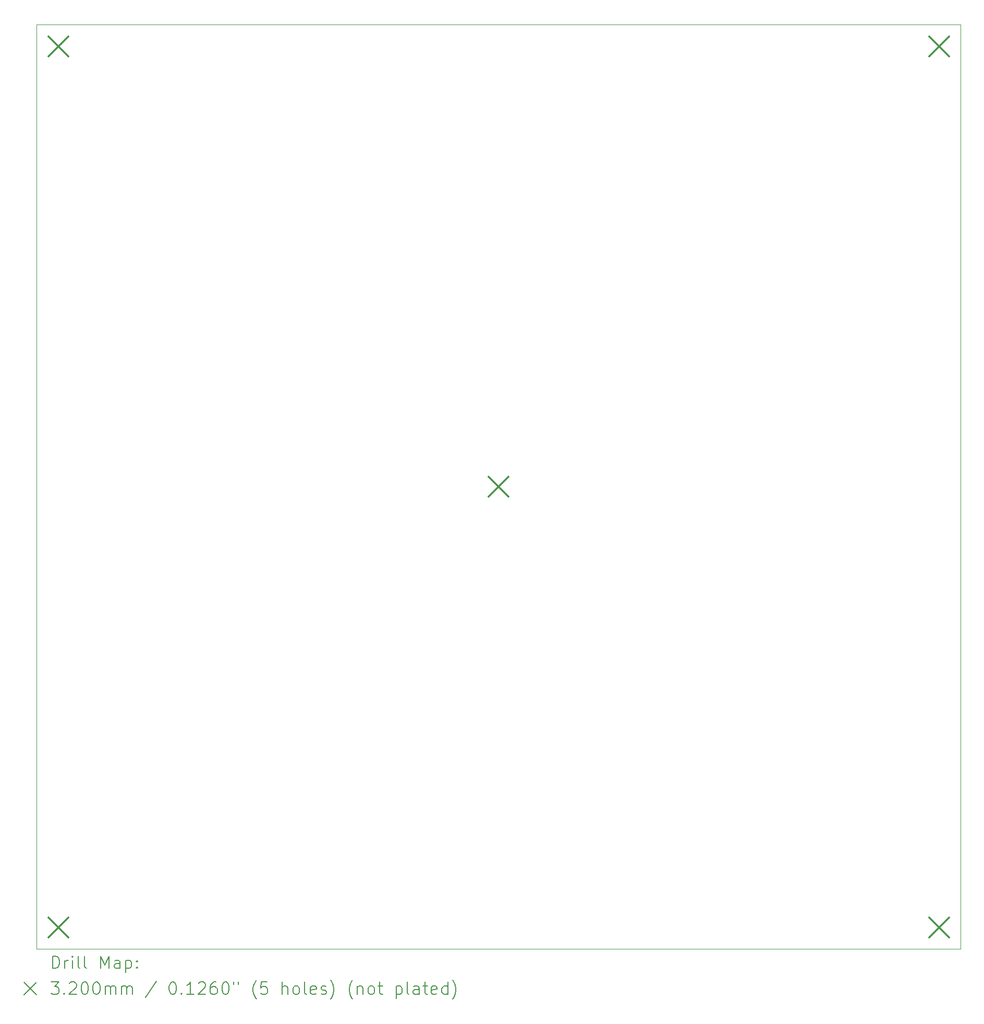
<source format=gbr>
%TF.GenerationSoftware,KiCad,Pcbnew,8.0.5*%
%TF.CreationDate,2025-06-20T11:11:53+02:00*%
%TF.ProjectId,PowerBoard,506f7765-7242-46f6-9172-642e6b696361,rev?*%
%TF.SameCoordinates,Original*%
%TF.FileFunction,Drillmap*%
%TF.FilePolarity,Positive*%
%FSLAX45Y45*%
G04 Gerber Fmt 4.5, Leading zero omitted, Abs format (unit mm)*
G04 Created by KiCad (PCBNEW 8.0.5) date 2025-06-20 11:11:53*
%MOMM*%
%LPD*%
G01*
G04 APERTURE LIST*
%ADD10C,0.100000*%
%ADD11C,0.200000*%
%ADD12C,0.320000*%
G04 APERTURE END LIST*
D10*
X17525000Y-1800000D02*
X2525000Y-1800000D01*
X2525000Y-1800000D02*
X2525000Y-16800000D01*
X17525000Y-16800000D02*
X17525000Y-1800000D01*
X2525000Y-16800000D02*
X17525000Y-16800000D01*
D11*
D12*
X2715000Y-1990000D02*
X3035000Y-2310000D01*
X3035000Y-1990000D02*
X2715000Y-2310000D01*
X2715000Y-16290000D02*
X3035000Y-16610000D01*
X3035000Y-16290000D02*
X2715000Y-16610000D01*
X9865000Y-9140000D02*
X10185000Y-9460000D01*
X10185000Y-9140000D02*
X9865000Y-9460000D01*
X17015000Y-1990000D02*
X17335000Y-2310000D01*
X17335000Y-1990000D02*
X17015000Y-2310000D01*
X17015000Y-16290000D02*
X17335000Y-16610000D01*
X17335000Y-16290000D02*
X17015000Y-16610000D01*
D11*
X2780777Y-17116484D02*
X2780777Y-16916484D01*
X2780777Y-16916484D02*
X2828396Y-16916484D01*
X2828396Y-16916484D02*
X2856967Y-16926008D01*
X2856967Y-16926008D02*
X2876015Y-16945055D01*
X2876015Y-16945055D02*
X2885539Y-16964103D01*
X2885539Y-16964103D02*
X2895062Y-17002198D01*
X2895062Y-17002198D02*
X2895062Y-17030770D01*
X2895062Y-17030770D02*
X2885539Y-17068865D01*
X2885539Y-17068865D02*
X2876015Y-17087912D01*
X2876015Y-17087912D02*
X2856967Y-17106960D01*
X2856967Y-17106960D02*
X2828396Y-17116484D01*
X2828396Y-17116484D02*
X2780777Y-17116484D01*
X2980777Y-17116484D02*
X2980777Y-16983150D01*
X2980777Y-17021246D02*
X2990301Y-17002198D01*
X2990301Y-17002198D02*
X2999824Y-16992674D01*
X2999824Y-16992674D02*
X3018872Y-16983150D01*
X3018872Y-16983150D02*
X3037920Y-16983150D01*
X3104586Y-17116484D02*
X3104586Y-16983150D01*
X3104586Y-16916484D02*
X3095062Y-16926008D01*
X3095062Y-16926008D02*
X3104586Y-16935531D01*
X3104586Y-16935531D02*
X3114110Y-16926008D01*
X3114110Y-16926008D02*
X3104586Y-16916484D01*
X3104586Y-16916484D02*
X3104586Y-16935531D01*
X3228396Y-17116484D02*
X3209348Y-17106960D01*
X3209348Y-17106960D02*
X3199824Y-17087912D01*
X3199824Y-17087912D02*
X3199824Y-16916484D01*
X3333158Y-17116484D02*
X3314110Y-17106960D01*
X3314110Y-17106960D02*
X3304586Y-17087912D01*
X3304586Y-17087912D02*
X3304586Y-16916484D01*
X3561729Y-17116484D02*
X3561729Y-16916484D01*
X3561729Y-16916484D02*
X3628396Y-17059341D01*
X3628396Y-17059341D02*
X3695062Y-16916484D01*
X3695062Y-16916484D02*
X3695062Y-17116484D01*
X3876015Y-17116484D02*
X3876015Y-17011722D01*
X3876015Y-17011722D02*
X3866491Y-16992674D01*
X3866491Y-16992674D02*
X3847443Y-16983150D01*
X3847443Y-16983150D02*
X3809348Y-16983150D01*
X3809348Y-16983150D02*
X3790301Y-16992674D01*
X3876015Y-17106960D02*
X3856967Y-17116484D01*
X3856967Y-17116484D02*
X3809348Y-17116484D01*
X3809348Y-17116484D02*
X3790301Y-17106960D01*
X3790301Y-17106960D02*
X3780777Y-17087912D01*
X3780777Y-17087912D02*
X3780777Y-17068865D01*
X3780777Y-17068865D02*
X3790301Y-17049817D01*
X3790301Y-17049817D02*
X3809348Y-17040293D01*
X3809348Y-17040293D02*
X3856967Y-17040293D01*
X3856967Y-17040293D02*
X3876015Y-17030770D01*
X3971253Y-16983150D02*
X3971253Y-17183150D01*
X3971253Y-16992674D02*
X3990301Y-16983150D01*
X3990301Y-16983150D02*
X4028396Y-16983150D01*
X4028396Y-16983150D02*
X4047443Y-16992674D01*
X4047443Y-16992674D02*
X4056967Y-17002198D01*
X4056967Y-17002198D02*
X4066491Y-17021246D01*
X4066491Y-17021246D02*
X4066491Y-17078389D01*
X4066491Y-17078389D02*
X4056967Y-17097436D01*
X4056967Y-17097436D02*
X4047443Y-17106960D01*
X4047443Y-17106960D02*
X4028396Y-17116484D01*
X4028396Y-17116484D02*
X3990301Y-17116484D01*
X3990301Y-17116484D02*
X3971253Y-17106960D01*
X4152205Y-17097436D02*
X4161729Y-17106960D01*
X4161729Y-17106960D02*
X4152205Y-17116484D01*
X4152205Y-17116484D02*
X4142682Y-17106960D01*
X4142682Y-17106960D02*
X4152205Y-17097436D01*
X4152205Y-17097436D02*
X4152205Y-17116484D01*
X4152205Y-16992674D02*
X4161729Y-17002198D01*
X4161729Y-17002198D02*
X4152205Y-17011722D01*
X4152205Y-17011722D02*
X4142682Y-17002198D01*
X4142682Y-17002198D02*
X4152205Y-16992674D01*
X4152205Y-16992674D02*
X4152205Y-17011722D01*
X2320000Y-17345000D02*
X2520000Y-17545000D01*
X2520000Y-17345000D02*
X2320000Y-17545000D01*
X2761729Y-17336484D02*
X2885539Y-17336484D01*
X2885539Y-17336484D02*
X2818872Y-17412674D01*
X2818872Y-17412674D02*
X2847443Y-17412674D01*
X2847443Y-17412674D02*
X2866491Y-17422198D01*
X2866491Y-17422198D02*
X2876015Y-17431722D01*
X2876015Y-17431722D02*
X2885539Y-17450770D01*
X2885539Y-17450770D02*
X2885539Y-17498389D01*
X2885539Y-17498389D02*
X2876015Y-17517436D01*
X2876015Y-17517436D02*
X2866491Y-17526960D01*
X2866491Y-17526960D02*
X2847443Y-17536484D01*
X2847443Y-17536484D02*
X2790301Y-17536484D01*
X2790301Y-17536484D02*
X2771253Y-17526960D01*
X2771253Y-17526960D02*
X2761729Y-17517436D01*
X2971253Y-17517436D02*
X2980777Y-17526960D01*
X2980777Y-17526960D02*
X2971253Y-17536484D01*
X2971253Y-17536484D02*
X2961729Y-17526960D01*
X2961729Y-17526960D02*
X2971253Y-17517436D01*
X2971253Y-17517436D02*
X2971253Y-17536484D01*
X3056967Y-17355531D02*
X3066491Y-17346008D01*
X3066491Y-17346008D02*
X3085539Y-17336484D01*
X3085539Y-17336484D02*
X3133158Y-17336484D01*
X3133158Y-17336484D02*
X3152205Y-17346008D01*
X3152205Y-17346008D02*
X3161729Y-17355531D01*
X3161729Y-17355531D02*
X3171253Y-17374579D01*
X3171253Y-17374579D02*
X3171253Y-17393627D01*
X3171253Y-17393627D02*
X3161729Y-17422198D01*
X3161729Y-17422198D02*
X3047443Y-17536484D01*
X3047443Y-17536484D02*
X3171253Y-17536484D01*
X3295062Y-17336484D02*
X3314110Y-17336484D01*
X3314110Y-17336484D02*
X3333158Y-17346008D01*
X3333158Y-17346008D02*
X3342682Y-17355531D01*
X3342682Y-17355531D02*
X3352205Y-17374579D01*
X3352205Y-17374579D02*
X3361729Y-17412674D01*
X3361729Y-17412674D02*
X3361729Y-17460293D01*
X3361729Y-17460293D02*
X3352205Y-17498389D01*
X3352205Y-17498389D02*
X3342682Y-17517436D01*
X3342682Y-17517436D02*
X3333158Y-17526960D01*
X3333158Y-17526960D02*
X3314110Y-17536484D01*
X3314110Y-17536484D02*
X3295062Y-17536484D01*
X3295062Y-17536484D02*
X3276015Y-17526960D01*
X3276015Y-17526960D02*
X3266491Y-17517436D01*
X3266491Y-17517436D02*
X3256967Y-17498389D01*
X3256967Y-17498389D02*
X3247443Y-17460293D01*
X3247443Y-17460293D02*
X3247443Y-17412674D01*
X3247443Y-17412674D02*
X3256967Y-17374579D01*
X3256967Y-17374579D02*
X3266491Y-17355531D01*
X3266491Y-17355531D02*
X3276015Y-17346008D01*
X3276015Y-17346008D02*
X3295062Y-17336484D01*
X3485539Y-17336484D02*
X3504586Y-17336484D01*
X3504586Y-17336484D02*
X3523634Y-17346008D01*
X3523634Y-17346008D02*
X3533158Y-17355531D01*
X3533158Y-17355531D02*
X3542682Y-17374579D01*
X3542682Y-17374579D02*
X3552205Y-17412674D01*
X3552205Y-17412674D02*
X3552205Y-17460293D01*
X3552205Y-17460293D02*
X3542682Y-17498389D01*
X3542682Y-17498389D02*
X3533158Y-17517436D01*
X3533158Y-17517436D02*
X3523634Y-17526960D01*
X3523634Y-17526960D02*
X3504586Y-17536484D01*
X3504586Y-17536484D02*
X3485539Y-17536484D01*
X3485539Y-17536484D02*
X3466491Y-17526960D01*
X3466491Y-17526960D02*
X3456967Y-17517436D01*
X3456967Y-17517436D02*
X3447443Y-17498389D01*
X3447443Y-17498389D02*
X3437920Y-17460293D01*
X3437920Y-17460293D02*
X3437920Y-17412674D01*
X3437920Y-17412674D02*
X3447443Y-17374579D01*
X3447443Y-17374579D02*
X3456967Y-17355531D01*
X3456967Y-17355531D02*
X3466491Y-17346008D01*
X3466491Y-17346008D02*
X3485539Y-17336484D01*
X3637920Y-17536484D02*
X3637920Y-17403150D01*
X3637920Y-17422198D02*
X3647443Y-17412674D01*
X3647443Y-17412674D02*
X3666491Y-17403150D01*
X3666491Y-17403150D02*
X3695063Y-17403150D01*
X3695063Y-17403150D02*
X3714110Y-17412674D01*
X3714110Y-17412674D02*
X3723634Y-17431722D01*
X3723634Y-17431722D02*
X3723634Y-17536484D01*
X3723634Y-17431722D02*
X3733158Y-17412674D01*
X3733158Y-17412674D02*
X3752205Y-17403150D01*
X3752205Y-17403150D02*
X3780777Y-17403150D01*
X3780777Y-17403150D02*
X3799824Y-17412674D01*
X3799824Y-17412674D02*
X3809348Y-17431722D01*
X3809348Y-17431722D02*
X3809348Y-17536484D01*
X3904586Y-17536484D02*
X3904586Y-17403150D01*
X3904586Y-17422198D02*
X3914110Y-17412674D01*
X3914110Y-17412674D02*
X3933158Y-17403150D01*
X3933158Y-17403150D02*
X3961729Y-17403150D01*
X3961729Y-17403150D02*
X3980777Y-17412674D01*
X3980777Y-17412674D02*
X3990301Y-17431722D01*
X3990301Y-17431722D02*
X3990301Y-17536484D01*
X3990301Y-17431722D02*
X3999824Y-17412674D01*
X3999824Y-17412674D02*
X4018872Y-17403150D01*
X4018872Y-17403150D02*
X4047443Y-17403150D01*
X4047443Y-17403150D02*
X4066491Y-17412674D01*
X4066491Y-17412674D02*
X4076015Y-17431722D01*
X4076015Y-17431722D02*
X4076015Y-17536484D01*
X4466491Y-17326960D02*
X4295063Y-17584103D01*
X4723634Y-17336484D02*
X4742682Y-17336484D01*
X4742682Y-17336484D02*
X4761729Y-17346008D01*
X4761729Y-17346008D02*
X4771253Y-17355531D01*
X4771253Y-17355531D02*
X4780777Y-17374579D01*
X4780777Y-17374579D02*
X4790301Y-17412674D01*
X4790301Y-17412674D02*
X4790301Y-17460293D01*
X4790301Y-17460293D02*
X4780777Y-17498389D01*
X4780777Y-17498389D02*
X4771253Y-17517436D01*
X4771253Y-17517436D02*
X4761729Y-17526960D01*
X4761729Y-17526960D02*
X4742682Y-17536484D01*
X4742682Y-17536484D02*
X4723634Y-17536484D01*
X4723634Y-17536484D02*
X4704587Y-17526960D01*
X4704587Y-17526960D02*
X4695063Y-17517436D01*
X4695063Y-17517436D02*
X4685539Y-17498389D01*
X4685539Y-17498389D02*
X4676015Y-17460293D01*
X4676015Y-17460293D02*
X4676015Y-17412674D01*
X4676015Y-17412674D02*
X4685539Y-17374579D01*
X4685539Y-17374579D02*
X4695063Y-17355531D01*
X4695063Y-17355531D02*
X4704587Y-17346008D01*
X4704587Y-17346008D02*
X4723634Y-17336484D01*
X4876015Y-17517436D02*
X4885539Y-17526960D01*
X4885539Y-17526960D02*
X4876015Y-17536484D01*
X4876015Y-17536484D02*
X4866491Y-17526960D01*
X4866491Y-17526960D02*
X4876015Y-17517436D01*
X4876015Y-17517436D02*
X4876015Y-17536484D01*
X5076015Y-17536484D02*
X4961729Y-17536484D01*
X5018872Y-17536484D02*
X5018872Y-17336484D01*
X5018872Y-17336484D02*
X4999825Y-17365055D01*
X4999825Y-17365055D02*
X4980777Y-17384103D01*
X4980777Y-17384103D02*
X4961729Y-17393627D01*
X5152206Y-17355531D02*
X5161729Y-17346008D01*
X5161729Y-17346008D02*
X5180777Y-17336484D01*
X5180777Y-17336484D02*
X5228396Y-17336484D01*
X5228396Y-17336484D02*
X5247444Y-17346008D01*
X5247444Y-17346008D02*
X5256968Y-17355531D01*
X5256968Y-17355531D02*
X5266491Y-17374579D01*
X5266491Y-17374579D02*
X5266491Y-17393627D01*
X5266491Y-17393627D02*
X5256968Y-17422198D01*
X5256968Y-17422198D02*
X5142682Y-17536484D01*
X5142682Y-17536484D02*
X5266491Y-17536484D01*
X5437920Y-17336484D02*
X5399825Y-17336484D01*
X5399825Y-17336484D02*
X5380777Y-17346008D01*
X5380777Y-17346008D02*
X5371253Y-17355531D01*
X5371253Y-17355531D02*
X5352206Y-17384103D01*
X5352206Y-17384103D02*
X5342682Y-17422198D01*
X5342682Y-17422198D02*
X5342682Y-17498389D01*
X5342682Y-17498389D02*
X5352206Y-17517436D01*
X5352206Y-17517436D02*
X5361729Y-17526960D01*
X5361729Y-17526960D02*
X5380777Y-17536484D01*
X5380777Y-17536484D02*
X5418872Y-17536484D01*
X5418872Y-17536484D02*
X5437920Y-17526960D01*
X5437920Y-17526960D02*
X5447444Y-17517436D01*
X5447444Y-17517436D02*
X5456968Y-17498389D01*
X5456968Y-17498389D02*
X5456968Y-17450770D01*
X5456968Y-17450770D02*
X5447444Y-17431722D01*
X5447444Y-17431722D02*
X5437920Y-17422198D01*
X5437920Y-17422198D02*
X5418872Y-17412674D01*
X5418872Y-17412674D02*
X5380777Y-17412674D01*
X5380777Y-17412674D02*
X5361729Y-17422198D01*
X5361729Y-17422198D02*
X5352206Y-17431722D01*
X5352206Y-17431722D02*
X5342682Y-17450770D01*
X5580777Y-17336484D02*
X5599825Y-17336484D01*
X5599825Y-17336484D02*
X5618872Y-17346008D01*
X5618872Y-17346008D02*
X5628396Y-17355531D01*
X5628396Y-17355531D02*
X5637920Y-17374579D01*
X5637920Y-17374579D02*
X5647444Y-17412674D01*
X5647444Y-17412674D02*
X5647444Y-17460293D01*
X5647444Y-17460293D02*
X5637920Y-17498389D01*
X5637920Y-17498389D02*
X5628396Y-17517436D01*
X5628396Y-17517436D02*
X5618872Y-17526960D01*
X5618872Y-17526960D02*
X5599825Y-17536484D01*
X5599825Y-17536484D02*
X5580777Y-17536484D01*
X5580777Y-17536484D02*
X5561729Y-17526960D01*
X5561729Y-17526960D02*
X5552206Y-17517436D01*
X5552206Y-17517436D02*
X5542682Y-17498389D01*
X5542682Y-17498389D02*
X5533158Y-17460293D01*
X5533158Y-17460293D02*
X5533158Y-17412674D01*
X5533158Y-17412674D02*
X5542682Y-17374579D01*
X5542682Y-17374579D02*
X5552206Y-17355531D01*
X5552206Y-17355531D02*
X5561729Y-17346008D01*
X5561729Y-17346008D02*
X5580777Y-17336484D01*
X5723634Y-17336484D02*
X5723634Y-17374579D01*
X5799825Y-17336484D02*
X5799825Y-17374579D01*
X6095063Y-17612674D02*
X6085539Y-17603150D01*
X6085539Y-17603150D02*
X6066491Y-17574579D01*
X6066491Y-17574579D02*
X6056968Y-17555531D01*
X6056968Y-17555531D02*
X6047444Y-17526960D01*
X6047444Y-17526960D02*
X6037920Y-17479341D01*
X6037920Y-17479341D02*
X6037920Y-17441246D01*
X6037920Y-17441246D02*
X6047444Y-17393627D01*
X6047444Y-17393627D02*
X6056968Y-17365055D01*
X6056968Y-17365055D02*
X6066491Y-17346008D01*
X6066491Y-17346008D02*
X6085539Y-17317436D01*
X6085539Y-17317436D02*
X6095063Y-17307912D01*
X6266491Y-17336484D02*
X6171253Y-17336484D01*
X6171253Y-17336484D02*
X6161729Y-17431722D01*
X6161729Y-17431722D02*
X6171253Y-17422198D01*
X6171253Y-17422198D02*
X6190301Y-17412674D01*
X6190301Y-17412674D02*
X6237920Y-17412674D01*
X6237920Y-17412674D02*
X6256968Y-17422198D01*
X6256968Y-17422198D02*
X6266491Y-17431722D01*
X6266491Y-17431722D02*
X6276015Y-17450770D01*
X6276015Y-17450770D02*
X6276015Y-17498389D01*
X6276015Y-17498389D02*
X6266491Y-17517436D01*
X6266491Y-17517436D02*
X6256968Y-17526960D01*
X6256968Y-17526960D02*
X6237920Y-17536484D01*
X6237920Y-17536484D02*
X6190301Y-17536484D01*
X6190301Y-17536484D02*
X6171253Y-17526960D01*
X6171253Y-17526960D02*
X6161729Y-17517436D01*
X6514110Y-17536484D02*
X6514110Y-17336484D01*
X6599825Y-17536484D02*
X6599825Y-17431722D01*
X6599825Y-17431722D02*
X6590301Y-17412674D01*
X6590301Y-17412674D02*
X6571253Y-17403150D01*
X6571253Y-17403150D02*
X6542682Y-17403150D01*
X6542682Y-17403150D02*
X6523634Y-17412674D01*
X6523634Y-17412674D02*
X6514110Y-17422198D01*
X6723634Y-17536484D02*
X6704587Y-17526960D01*
X6704587Y-17526960D02*
X6695063Y-17517436D01*
X6695063Y-17517436D02*
X6685539Y-17498389D01*
X6685539Y-17498389D02*
X6685539Y-17441246D01*
X6685539Y-17441246D02*
X6695063Y-17422198D01*
X6695063Y-17422198D02*
X6704587Y-17412674D01*
X6704587Y-17412674D02*
X6723634Y-17403150D01*
X6723634Y-17403150D02*
X6752206Y-17403150D01*
X6752206Y-17403150D02*
X6771253Y-17412674D01*
X6771253Y-17412674D02*
X6780777Y-17422198D01*
X6780777Y-17422198D02*
X6790301Y-17441246D01*
X6790301Y-17441246D02*
X6790301Y-17498389D01*
X6790301Y-17498389D02*
X6780777Y-17517436D01*
X6780777Y-17517436D02*
X6771253Y-17526960D01*
X6771253Y-17526960D02*
X6752206Y-17536484D01*
X6752206Y-17536484D02*
X6723634Y-17536484D01*
X6904587Y-17536484D02*
X6885539Y-17526960D01*
X6885539Y-17526960D02*
X6876015Y-17507912D01*
X6876015Y-17507912D02*
X6876015Y-17336484D01*
X7056968Y-17526960D02*
X7037920Y-17536484D01*
X7037920Y-17536484D02*
X6999825Y-17536484D01*
X6999825Y-17536484D02*
X6980777Y-17526960D01*
X6980777Y-17526960D02*
X6971253Y-17507912D01*
X6971253Y-17507912D02*
X6971253Y-17431722D01*
X6971253Y-17431722D02*
X6980777Y-17412674D01*
X6980777Y-17412674D02*
X6999825Y-17403150D01*
X6999825Y-17403150D02*
X7037920Y-17403150D01*
X7037920Y-17403150D02*
X7056968Y-17412674D01*
X7056968Y-17412674D02*
X7066491Y-17431722D01*
X7066491Y-17431722D02*
X7066491Y-17450770D01*
X7066491Y-17450770D02*
X6971253Y-17469817D01*
X7142682Y-17526960D02*
X7161730Y-17536484D01*
X7161730Y-17536484D02*
X7199825Y-17536484D01*
X7199825Y-17536484D02*
X7218872Y-17526960D01*
X7218872Y-17526960D02*
X7228396Y-17507912D01*
X7228396Y-17507912D02*
X7228396Y-17498389D01*
X7228396Y-17498389D02*
X7218872Y-17479341D01*
X7218872Y-17479341D02*
X7199825Y-17469817D01*
X7199825Y-17469817D02*
X7171253Y-17469817D01*
X7171253Y-17469817D02*
X7152206Y-17460293D01*
X7152206Y-17460293D02*
X7142682Y-17441246D01*
X7142682Y-17441246D02*
X7142682Y-17431722D01*
X7142682Y-17431722D02*
X7152206Y-17412674D01*
X7152206Y-17412674D02*
X7171253Y-17403150D01*
X7171253Y-17403150D02*
X7199825Y-17403150D01*
X7199825Y-17403150D02*
X7218872Y-17412674D01*
X7295063Y-17612674D02*
X7304587Y-17603150D01*
X7304587Y-17603150D02*
X7323634Y-17574579D01*
X7323634Y-17574579D02*
X7333158Y-17555531D01*
X7333158Y-17555531D02*
X7342682Y-17526960D01*
X7342682Y-17526960D02*
X7352206Y-17479341D01*
X7352206Y-17479341D02*
X7352206Y-17441246D01*
X7352206Y-17441246D02*
X7342682Y-17393627D01*
X7342682Y-17393627D02*
X7333158Y-17365055D01*
X7333158Y-17365055D02*
X7323634Y-17346008D01*
X7323634Y-17346008D02*
X7304587Y-17317436D01*
X7304587Y-17317436D02*
X7295063Y-17307912D01*
X7656968Y-17612674D02*
X7647444Y-17603150D01*
X7647444Y-17603150D02*
X7628396Y-17574579D01*
X7628396Y-17574579D02*
X7618872Y-17555531D01*
X7618872Y-17555531D02*
X7609349Y-17526960D01*
X7609349Y-17526960D02*
X7599825Y-17479341D01*
X7599825Y-17479341D02*
X7599825Y-17441246D01*
X7599825Y-17441246D02*
X7609349Y-17393627D01*
X7609349Y-17393627D02*
X7618872Y-17365055D01*
X7618872Y-17365055D02*
X7628396Y-17346008D01*
X7628396Y-17346008D02*
X7647444Y-17317436D01*
X7647444Y-17317436D02*
X7656968Y-17307912D01*
X7733158Y-17403150D02*
X7733158Y-17536484D01*
X7733158Y-17422198D02*
X7742682Y-17412674D01*
X7742682Y-17412674D02*
X7761730Y-17403150D01*
X7761730Y-17403150D02*
X7790301Y-17403150D01*
X7790301Y-17403150D02*
X7809349Y-17412674D01*
X7809349Y-17412674D02*
X7818872Y-17431722D01*
X7818872Y-17431722D02*
X7818872Y-17536484D01*
X7942682Y-17536484D02*
X7923634Y-17526960D01*
X7923634Y-17526960D02*
X7914111Y-17517436D01*
X7914111Y-17517436D02*
X7904587Y-17498389D01*
X7904587Y-17498389D02*
X7904587Y-17441246D01*
X7904587Y-17441246D02*
X7914111Y-17422198D01*
X7914111Y-17422198D02*
X7923634Y-17412674D01*
X7923634Y-17412674D02*
X7942682Y-17403150D01*
X7942682Y-17403150D02*
X7971253Y-17403150D01*
X7971253Y-17403150D02*
X7990301Y-17412674D01*
X7990301Y-17412674D02*
X7999825Y-17422198D01*
X7999825Y-17422198D02*
X8009349Y-17441246D01*
X8009349Y-17441246D02*
X8009349Y-17498389D01*
X8009349Y-17498389D02*
X7999825Y-17517436D01*
X7999825Y-17517436D02*
X7990301Y-17526960D01*
X7990301Y-17526960D02*
X7971253Y-17536484D01*
X7971253Y-17536484D02*
X7942682Y-17536484D01*
X8066492Y-17403150D02*
X8142682Y-17403150D01*
X8095063Y-17336484D02*
X8095063Y-17507912D01*
X8095063Y-17507912D02*
X8104587Y-17526960D01*
X8104587Y-17526960D02*
X8123634Y-17536484D01*
X8123634Y-17536484D02*
X8142682Y-17536484D01*
X8361730Y-17403150D02*
X8361730Y-17603150D01*
X8361730Y-17412674D02*
X8380777Y-17403150D01*
X8380777Y-17403150D02*
X8418873Y-17403150D01*
X8418873Y-17403150D02*
X8437920Y-17412674D01*
X8437920Y-17412674D02*
X8447444Y-17422198D01*
X8447444Y-17422198D02*
X8456968Y-17441246D01*
X8456968Y-17441246D02*
X8456968Y-17498389D01*
X8456968Y-17498389D02*
X8447444Y-17517436D01*
X8447444Y-17517436D02*
X8437920Y-17526960D01*
X8437920Y-17526960D02*
X8418873Y-17536484D01*
X8418873Y-17536484D02*
X8380777Y-17536484D01*
X8380777Y-17536484D02*
X8361730Y-17526960D01*
X8571254Y-17536484D02*
X8552206Y-17526960D01*
X8552206Y-17526960D02*
X8542682Y-17507912D01*
X8542682Y-17507912D02*
X8542682Y-17336484D01*
X8733158Y-17536484D02*
X8733158Y-17431722D01*
X8733158Y-17431722D02*
X8723635Y-17412674D01*
X8723635Y-17412674D02*
X8704587Y-17403150D01*
X8704587Y-17403150D02*
X8666492Y-17403150D01*
X8666492Y-17403150D02*
X8647444Y-17412674D01*
X8733158Y-17526960D02*
X8714111Y-17536484D01*
X8714111Y-17536484D02*
X8666492Y-17536484D01*
X8666492Y-17536484D02*
X8647444Y-17526960D01*
X8647444Y-17526960D02*
X8637920Y-17507912D01*
X8637920Y-17507912D02*
X8637920Y-17488865D01*
X8637920Y-17488865D02*
X8647444Y-17469817D01*
X8647444Y-17469817D02*
X8666492Y-17460293D01*
X8666492Y-17460293D02*
X8714111Y-17460293D01*
X8714111Y-17460293D02*
X8733158Y-17450770D01*
X8799825Y-17403150D02*
X8876015Y-17403150D01*
X8828396Y-17336484D02*
X8828396Y-17507912D01*
X8828396Y-17507912D02*
X8837920Y-17526960D01*
X8837920Y-17526960D02*
X8856968Y-17536484D01*
X8856968Y-17536484D02*
X8876015Y-17536484D01*
X9018873Y-17526960D02*
X8999825Y-17536484D01*
X8999825Y-17536484D02*
X8961730Y-17536484D01*
X8961730Y-17536484D02*
X8942682Y-17526960D01*
X8942682Y-17526960D02*
X8933158Y-17507912D01*
X8933158Y-17507912D02*
X8933158Y-17431722D01*
X8933158Y-17431722D02*
X8942682Y-17412674D01*
X8942682Y-17412674D02*
X8961730Y-17403150D01*
X8961730Y-17403150D02*
X8999825Y-17403150D01*
X8999825Y-17403150D02*
X9018873Y-17412674D01*
X9018873Y-17412674D02*
X9028396Y-17431722D01*
X9028396Y-17431722D02*
X9028396Y-17450770D01*
X9028396Y-17450770D02*
X8933158Y-17469817D01*
X9199825Y-17536484D02*
X9199825Y-17336484D01*
X9199825Y-17526960D02*
X9180777Y-17536484D01*
X9180777Y-17536484D02*
X9142682Y-17536484D01*
X9142682Y-17536484D02*
X9123635Y-17526960D01*
X9123635Y-17526960D02*
X9114111Y-17517436D01*
X9114111Y-17517436D02*
X9104587Y-17498389D01*
X9104587Y-17498389D02*
X9104587Y-17441246D01*
X9104587Y-17441246D02*
X9114111Y-17422198D01*
X9114111Y-17422198D02*
X9123635Y-17412674D01*
X9123635Y-17412674D02*
X9142682Y-17403150D01*
X9142682Y-17403150D02*
X9180777Y-17403150D01*
X9180777Y-17403150D02*
X9199825Y-17412674D01*
X9276016Y-17612674D02*
X9285539Y-17603150D01*
X9285539Y-17603150D02*
X9304587Y-17574579D01*
X9304587Y-17574579D02*
X9314111Y-17555531D01*
X9314111Y-17555531D02*
X9323635Y-17526960D01*
X9323635Y-17526960D02*
X9333158Y-17479341D01*
X9333158Y-17479341D02*
X9333158Y-17441246D01*
X9333158Y-17441246D02*
X9323635Y-17393627D01*
X9323635Y-17393627D02*
X9314111Y-17365055D01*
X9314111Y-17365055D02*
X9304587Y-17346008D01*
X9304587Y-17346008D02*
X9285539Y-17317436D01*
X9285539Y-17317436D02*
X9276016Y-17307912D01*
M02*

</source>
